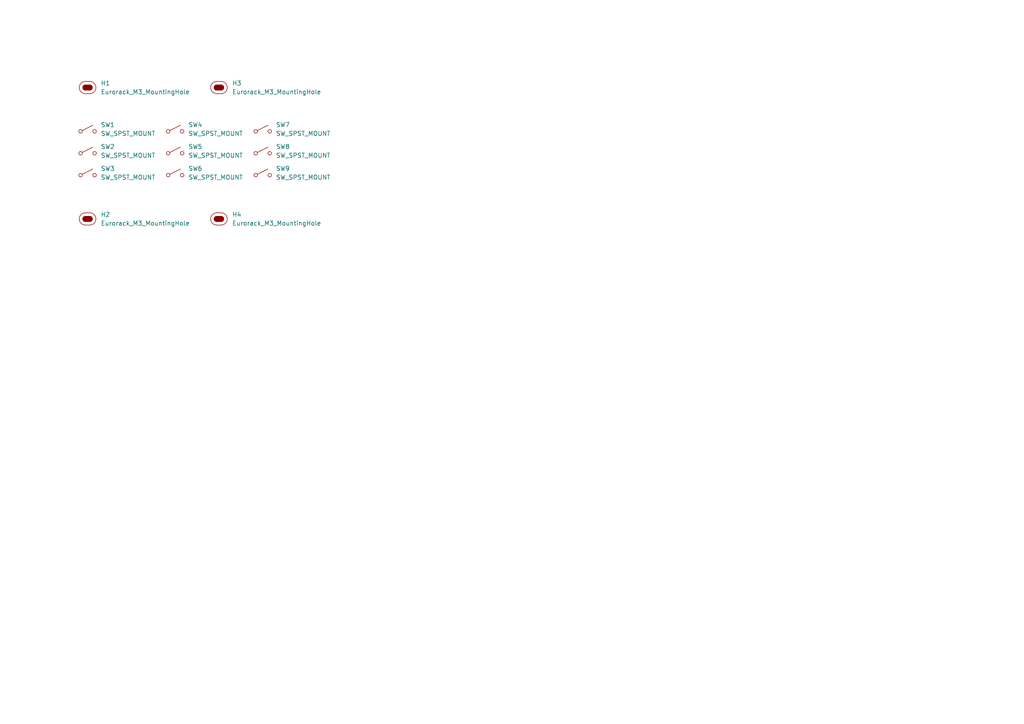
<source format=kicad_sch>
(kicad_sch (version 20250114) (generator "eeschema") (generator_version "9.0")
  (paper "A4")
  (lib_symbols
    (symbol "EXC:Eurorack_M3_MountingHole" (pin_names (offset 1.016))
      (property "Reference" "H" (at 0 5.08 0))
      (property "Value" "Eurorack_M3_MountingHole" (at 0 3.175 0))
      (symbol "Eurorack_M3_MountingHole_0_1"
        (polyline (pts (xy -0.635 0.762) (xy 0.635 0.762)))
        (circle (center -0.635 0) (radius 0.762) (fill (type outline)))
        (arc (start -0.635 -0.762) (mid -1.397 0) (end -0.635 0.762))
        (arc (start -0.635 -1.778) (mid -2.413 0) (end -0.635 1.778))
        (polyline (pts (xy -0.635 -0.762) (xy 0.635 -0.762)))
        (polyline (pts (xy -0.635 -1.778) (xy 0.635 -1.778)))
        (circle (center 0 0) (radius 0.762) (fill (type outline)))
        (polyline (pts (xy 0.635 1.778) (xy -0.635 1.778)))
        (arc (start 0.6141 1.778) (mid 2.4131 0) (end 0.6141 -1.778))
        (arc (start 0.6227 0.762) (mid 1.3971 0) (end 0.6227 -0.762))
        (circle (center 0.635 0) (radius 0.762) (fill (type outline)))
      )
    )
    (symbol "EXC:SW_SPST-Cherry_Panel_Mount" (pin_names (offset 0) (hide yes))
      (property "Reference" "SW" (at 0 3.175 0))
      (property "Value" "SW_SPST_MOUNT" (at 0 -2.032 0))
      (symbol "SW_SPST-Cherry_Panel_Mount_0_0"
        (circle (center -2.032 0) (radius 0.508))
        (polyline (pts (xy -1.524 0.254) (xy 1.524 1.778)))
        (circle (center 2.032 0) (radius 0.508))
      )
    )
  )
  (symbol (lib_id "EXC:Eurorack_M3_MountingHole") (at 63.5 63.5 0) (unit 1)
    (property "Reference" "H4" (at 67.31 62.2299 0) (effects (justify left)))
    (property "Value" "Eurorack_M3_MountingHole" (at 67.31 64.7699 0) (effects (justify left)))
    (property "Footprint" "EXC:MountingHole_3.2mm_M3" (effects (hide yes)))
    (property "Description" "Mounting Hole without connection" (effects (hide yes)))
  )
  (symbol (lib_id "EXC:SW_SPST-Cherry_Panel_Mount") (at 25.4 44.45 0) (unit 1)
    (property "Reference" "SW2" (at 29.21 42.5449 0) (effects (justify left)))
    (property "Value" "SW_SPST_MOUNT" (at 29.21 45.0849 0) (effects (justify left)))
    (property "Footprint" "EXC:SW_Cherry_MX_1.00u_Mount" (effects (hide yes)))
    (property "Datasheet" "https://hirosarts.com/blog/keycap-dimensions-guide-for-beginners/" (effects (hide yes)))
    (property "Description" "Single Pole Single Throw (SPST) panel-mount switch" (effects (hide yes)))
    (property "Source" "https://www.adafruit.com/product/4954" (effects (hide yes)))
  )
  (symbol (lib_id "EXC:SW_SPST-Cherry_Panel_Mount") (at 25.4 50.8 0) (unit 1)
    (property "Reference" "SW3" (at 29.21 48.8949 0) (effects (justify left)))
    (property "Value" "SW_SPST_MOUNT" (at 29.21 51.4349 0) (effects (justify left)))
    (property "Footprint" "EXC:SW_Cherry_MX_1.00u_Mount" (effects (hide yes)))
    (property "Datasheet" "https://hirosarts.com/blog/keycap-dimensions-guide-for-beginners/" (effects (hide yes)))
    (property "Description" "Single Pole Single Throw (SPST) panel-mount switch" (effects (hide yes)))
    (property "Source" "https://www.adafruit.com/product/4954" (effects (hide yes)))
  )
  (symbol (lib_id "EXC:SW_SPST-Cherry_Panel_Mount") (at 50.8 50.8 0) (unit 1)
    (property "Reference" "SW6" (at 54.61 48.8949 0) (effects (justify left)))
    (property "Value" "SW_SPST_MOUNT" (at 54.61 51.4349 0) (effects (justify left)))
    (property "Footprint" "EXC:SW_Cherry_MX_1.00u_Mount" (effects (hide yes)))
    (property "Datasheet" "https://hirosarts.com/blog/keycap-dimensions-guide-for-beginners/" (effects (hide yes)))
    (property "Description" "Single Pole Single Throw (SPST) panel-mount switch" (effects (hide yes)))
    (property "Source" "https://www.adafruit.com/product/4954" (effects (hide yes)))
  )
  (symbol (lib_id "EXC:Eurorack_M3_MountingHole") (at 63.5 25.4 0) (unit 1)
    (property "Reference" "H3" (at 67.31 24.1299 0) (effects (justify left)))
    (property "Value" "Eurorack_M3_MountingHole" (at 67.31 26.6699 0) (effects (justify left)))
    (property "Footprint" "EXC:MountingHole_3.2mm_M3" (effects (hide yes)))
    (property "Description" "Mounting Hole without connection" (effects (hide yes)))
  )
  (symbol (lib_id "EXC:Eurorack_M3_MountingHole") (at 25.4 25.4 0) (unit 1)
    (property "Reference" "H1" (at 29.21 24.1299 0) (effects (justify left)))
    (property "Value" "Eurorack_M3_MountingHole" (at 29.21 26.6699 0) (effects (justify left)))
    (property "Footprint" "EXC:MountingHole_3.2mm_M3" (effects (hide yes)))
    (property "Description" "Mounting Hole without connection" (effects (hide yes)))
  )
  (symbol (lib_id "EXC:SW_SPST-Cherry_Panel_Mount") (at 50.8 38.1 0) (unit 1)
    (property "Reference" "SW4" (at 54.61 36.1949 0) (effects (justify left)))
    (property "Value" "SW_SPST_MOUNT" (at 54.61 38.7349 0) (effects (justify left)))
    (property "Footprint" "EXC:SW_Cherry_MX_1.00u_Mount" (effects (hide yes)))
    (property "Datasheet" "https://hirosarts.com/blog/keycap-dimensions-guide-for-beginners/" (effects (hide yes)))
    (property "Description" "Single Pole Single Throw (SPST) panel-mount switch" (effects (hide yes)))
    (property "Source" "https://www.adafruit.com/product/4954" (effects (hide yes)))
  )
  (symbol (lib_id "EXC:SW_SPST-Cherry_Panel_Mount") (at 76.2 38.1 0) (unit 1)
    (property "Reference" "SW7" (at 80.01 36.1949 0) (effects (justify left)))
    (property "Value" "SW_SPST_MOUNT" (at 80.01 38.7349 0) (effects (justify left)))
    (property "Footprint" "EXC:SW_Cherry_MX_1.00u_Mount" (effects (hide yes)))
    (property "Datasheet" "https://hirosarts.com/blog/keycap-dimensions-guide-for-beginners/" (effects (hide yes)))
    (property "Description" "Single Pole Single Throw (SPST) panel-mount switch" (effects (hide yes)))
    (property "Source" "https://www.adafruit.com/product/4954" (effects (hide yes)))
  )
  (symbol (lib_id "EXC:SW_SPST-Cherry_Panel_Mount") (at 76.2 50.8 0) (unit 1)
    (property "Reference" "SW9" (at 80.01 48.8949 0) (effects (justify left)))
    (property "Value" "SW_SPST_MOUNT" (at 80.01 51.4349 0) (effects (justify left)))
    (property "Footprint" "EXC:SW_Cherry_MX_1.00u_Mount" (effects (hide yes)))
    (property "Datasheet" "https://hirosarts.com/blog/keycap-dimensions-guide-for-beginners/" (effects (hide yes)))
    (property "Description" "Single Pole Single Throw (SPST) panel-mount switch" (effects (hide yes)))
    (property "Source" "https://www.adafruit.com/product/4954" (effects (hide yes)))
  )
  (symbol (lib_id "EXC:SW_SPST-Cherry_Panel_Mount") (at 76.2 44.45 0) (unit 1)
    (property "Reference" "SW8" (at 80.01 42.5449 0) (effects (justify left)))
    (property "Value" "SW_SPST_MOUNT" (at 80.01 45.0849 0) (effects (justify left)))
    (property "Footprint" "EXC:SW_Cherry_MX_1.00u_Mount" (effects (hide yes)))
    (property "Datasheet" "https://hirosarts.com/blog/keycap-dimensions-guide-for-beginners/" (effects (hide yes)))
    (property "Description" "Single Pole Single Throw (SPST) panel-mount switch" (effects (hide yes)))
    (property "Source" "https://www.adafruit.com/product/4954" (effects (hide yes)))
  )
  (symbol (lib_id "EXC:SW_SPST-Cherry_Panel_Mount") (at 25.4 38.1 0) (unit 1)
    (property "Reference" "SW1" (at 29.21 36.1949 0) (effects (justify left)))
    (property "Value" "SW_SPST_MOUNT" (at 29.21 38.7349 0) (effects (justify left)))
    (property "Footprint" "EXC:SW_Cherry_MX_1.00u_Mount" (effects (hide yes)))
    (property "Datasheet" "https://hirosarts.com/blog/keycap-dimensions-guide-for-beginners/" (effects (hide yes)))
    (property "Description" "Single Pole Single Throw (SPST) panel-mount switch" (effects (hide yes)))
    (property "Source" "https://www.adafruit.com/product/4954" (effects (hide yes)))
  )
  (symbol (lib_id "EXC:Eurorack_M3_MountingHole") (at 25.4 63.5 0) (unit 1)
    (property "Reference" "H2" (at 29.21 62.2299 0) (effects (justify left)))
    (property "Value" "Eurorack_M3_MountingHole" (at 29.21 64.7699 0) (effects (justify left)))
    (property "Footprint" "EXC:MountingHole_3.2mm_M3" (effects (hide yes)))
    (property "Description" "Mounting Hole without connection" (effects (hide yes)))
  )
  (symbol (lib_id "EXC:SW_SPST-Cherry_Panel_Mount") (at 50.8 44.45 0) (unit 1)
    (property "Reference" "SW5" (at 54.61 42.5449 0) (effects (justify left)))
    (property "Value" "SW_SPST_MOUNT" (at 54.61 45.0849 0) (effects (justify left)))
    (property "Footprint" "EXC:SW_Cherry_MX_1.00u_Mount" (effects (hide yes)))
    (property "Datasheet" "https://hirosarts.com/blog/keycap-dimensions-guide-for-beginners/" (effects (hide yes)))
    (property "Description" "Single Pole Single Throw (SPST) panel-mount switch" (effects (hide yes)))
    (property "Source" "https://www.adafruit.com/product/4954" (effects (hide yes)))
  )
)
</source>
